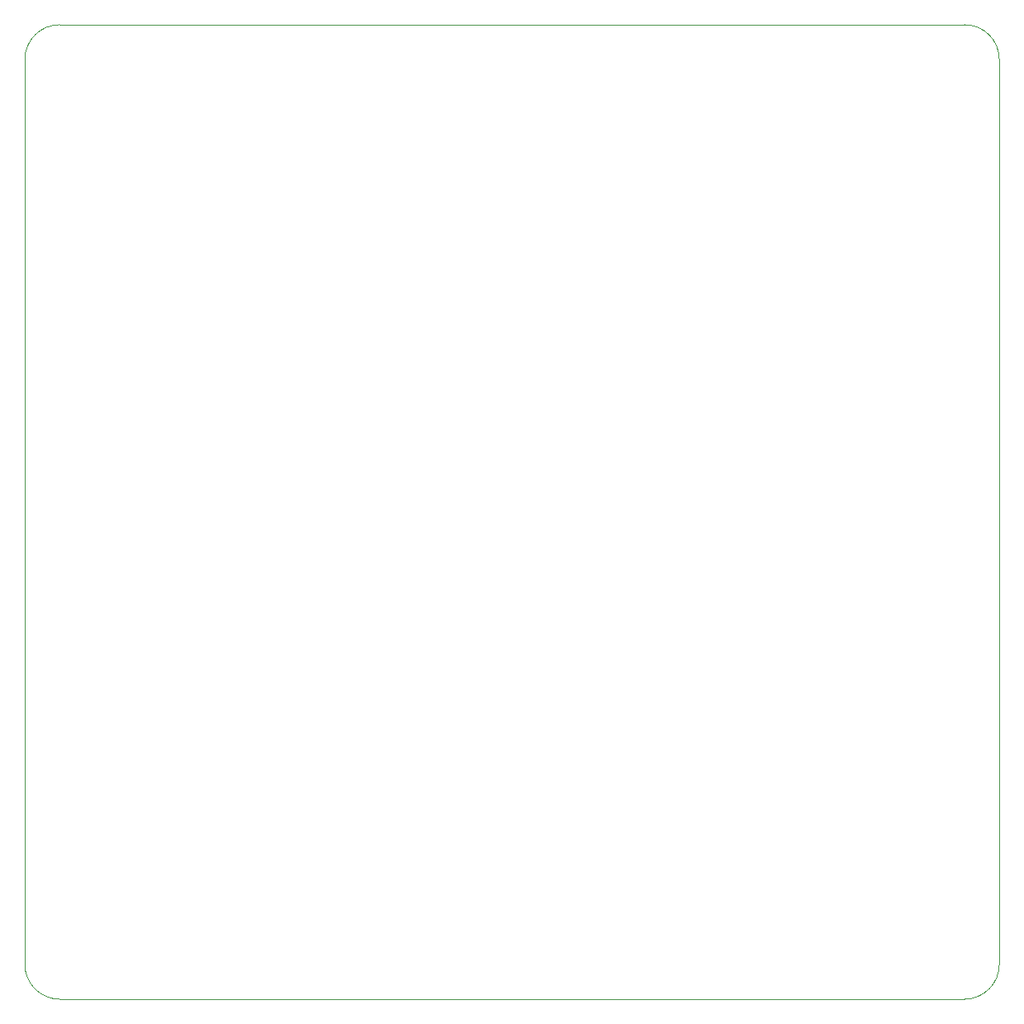
<source format=gm1>
%TF.GenerationSoftware,KiCad,Pcbnew,(6.0.8)*%
%TF.CreationDate,2023-09-05T09:20:41+09:00*%
%TF.ProjectId,AltairMD_V2,416c7461-6972-44d4-945f-56322e6b6963,rev?*%
%TF.SameCoordinates,Original*%
%TF.FileFunction,Profile,NP*%
%FSLAX46Y46*%
G04 Gerber Fmt 4.6, Leading zero omitted, Abs format (unit mm)*
G04 Created by KiCad (PCBNEW (6.0.8)) date 2023-09-05 09:20:41*
%MOMM*%
%LPD*%
G01*
G04 APERTURE LIST*
%TA.AperFunction,Profile*%
%ADD10C,0.100000*%
%TD*%
G04 APERTURE END LIST*
D10*
X176022000Y-147066000D02*
X176022000Y-54356000D01*
X79756000Y-150622000D02*
X172466000Y-150622000D01*
X76200000Y-54356000D02*
X76200000Y-147066000D01*
X172466000Y-50800000D02*
X79756000Y-50800000D01*
X79756000Y-50800000D02*
G75*
G03*
X76200000Y-54356000I0J-3556000D01*
G01*
X76200000Y-147066000D02*
G75*
G03*
X79756000Y-150622000I3556000J0D01*
G01*
X176022000Y-54356000D02*
G75*
G03*
X172466000Y-50800000I-3556000J0D01*
G01*
X172466000Y-150622000D02*
G75*
G03*
X176022000Y-147066000I0J3556000D01*
G01*
M02*

</source>
